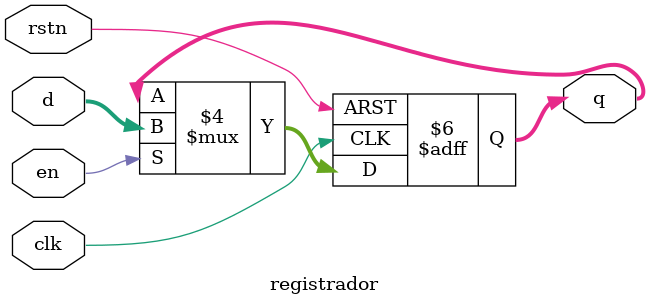
<source format=v>
`timescale 1 ns/100 ps

module registrador #(parameter Size=8)
   (output reg [Size-1:0] q, input clk, en, rstn, input [Size-1:0] d);

	always @ (negedge clk or negedge rstn)
		if (~rstn)
         		q = 0;
		else begin
			if (en)
				q = d;
		end

endmodule

</source>
